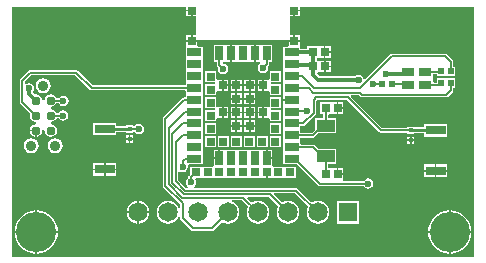
<source format=gtl>
G04*
G04 #@! TF.GenerationSoftware,Altium Limited,Altium Designer,21.6.4 (81)*
G04*
G04 Layer_Physical_Order=1*
G04 Layer_Color=255*
%FSLAX44Y44*%
%MOMM*%
G71*
G04*
G04 #@! TF.SameCoordinates,1B3A0675-FE53-4D0F-B245-581B64E9A93D*
G04*
G04*
G04 #@! TF.FilePolarity,Positive*
G04*
G01*
G75*
%ADD10C,0.2540*%
%ADD15R,0.7000X0.7000*%
%ADD16R,1.1500X0.7000*%
%ADD17R,0.7000X1.1500*%
%ADD18R,0.7000X0.7000*%
%ADD20R,1.7000X0.8000*%
%ADD21R,0.5200X0.5500*%
%ADD22R,0.3500X0.3600*%
%ADD23R,0.7800X0.7400*%
%ADD24R,0.7200X0.7200*%
%ADD25R,1.5500X1.0000*%
%ADD26R,1.0000X0.8000*%
%ADD43C,0.7900*%
%ADD44C,0.1520*%
%ADD45C,0.3500*%
%ADD46C,0.9000*%
%ADD47C,1.6500*%
%ADD48R,1.6500X1.6500*%
%ADD49C,3.4000*%
%ADD50C,0.6000*%
G36*
X395922Y4078D02*
X4078Y4078D01*
Y215922D01*
X151730D01*
Y213262D01*
X156500D01*
Y212500D01*
X157262D01*
Y207730D01*
X160000D01*
Y191770D01*
X157262D01*
Y187762D01*
X161270D01*
Y188000D01*
X238730D01*
Y187762D01*
X242738D01*
Y191770D01*
X240000D01*
Y207730D01*
X242738D01*
Y212500D01*
X243500D01*
Y213262D01*
X248270D01*
Y215922D01*
X395922D01*
Y4078D01*
D02*
G37*
%LPC*%
G36*
X248270Y211738D02*
X244262D01*
Y207730D01*
X248270D01*
Y211738D01*
D02*
G37*
G36*
X155738Y211738D02*
X151730D01*
Y207730D01*
X155738D01*
Y211738D01*
D02*
G37*
G36*
X248270Y191770D02*
X244262D01*
Y187762D01*
X248270D01*
Y191770D01*
D02*
G37*
G36*
X155738D02*
X151730D01*
Y187762D01*
X155738D01*
Y191770D01*
D02*
G37*
G36*
X215230Y183270D02*
X213960Y183270D01*
X210762D01*
Y176250D01*
Y169230D01*
X214395Y169230D01*
X214538Y169016D01*
X214188Y167257D01*
X213922Y167078D01*
X212978Y165666D01*
X212646Y164000D01*
X212978Y162334D01*
X213922Y160921D01*
X215334Y159978D01*
X217000Y159646D01*
X218666Y159978D01*
X220079Y160921D01*
X221022Y162334D01*
X221354Y164000D01*
X221117Y165190D01*
X221464Y165536D01*
X221912Y166208D01*
X222070Y167000D01*
Y169230D01*
X224770D01*
Y183270D01*
X215230Y183270D01*
D02*
G37*
G36*
X205230D02*
X203960Y183270D01*
X196040D01*
X195230Y183270D01*
X193960Y183270D01*
X190762D01*
Y176250D01*
Y169230D01*
X193960D01*
X194770Y169230D01*
X196040Y169230D01*
X203960D01*
X204770Y169230D01*
X206040Y169230D01*
X209238D01*
Y176250D01*
Y183270D01*
X206040D01*
X205230Y183270D01*
D02*
G37*
G36*
X274236Y182156D02*
X269828D01*
Y177948D01*
X274236D01*
Y182156D01*
D02*
G37*
G36*
Y176424D02*
X269828D01*
Y172216D01*
X274236D01*
Y176424D01*
D02*
G37*
G36*
X185230Y183270D02*
X183960Y183270D01*
X175230D01*
Y169230D01*
X177930D01*
Y166000D01*
X178088Y165208D01*
X178536Y164536D01*
X178883Y164190D01*
X178646Y163000D01*
X178978Y161334D01*
X179921Y159922D01*
X181334Y158978D01*
X183000Y158646D01*
X184666Y158978D01*
X186078Y159922D01*
X187022Y161334D01*
X187354Y163000D01*
X187022Y164666D01*
X186078Y166078D01*
X184666Y167022D01*
X183000Y167354D01*
X182789Y167527D01*
X182770Y169032D01*
X182968Y169230D01*
X184770Y169230D01*
X186040Y169230D01*
X189238D01*
Y176250D01*
Y183270D01*
X186040D01*
X185230Y183270D01*
D02*
G37*
G36*
X274336Y170156D02*
X269928D01*
Y165948D01*
X274336D01*
Y170156D01*
D02*
G37*
G36*
Y164424D02*
X269928D01*
Y160216D01*
X274336D01*
Y164424D01*
D02*
G37*
G36*
X248270Y186238D02*
X243500D01*
X238730D01*
X238730Y182230D01*
X237651Y181770D01*
X234230D01*
Y172230D01*
X234230D01*
Y171770D01*
X234230D01*
Y162230D01*
X234230D01*
Y161770D01*
X234230D01*
Y152230D01*
X234230D01*
Y151770D01*
X234230D01*
Y143040D01*
X234230Y142230D01*
X234230Y140960D01*
Y137762D01*
X241250D01*
Y136238D01*
X234230D01*
Y133040D01*
X234230Y132230D01*
X234230Y130960D01*
Y122230D01*
X234230D01*
Y121770D01*
X234230D01*
Y113040D01*
X234230Y112230D01*
X234230Y110960D01*
Y103040D01*
X234230Y102230D01*
X234230Y100960D01*
Y93040D01*
X234230Y92230D01*
X234230Y90960D01*
Y82230D01*
X243790D01*
X243990Y82190D01*
X245883D01*
X263536Y64536D01*
X264208Y64088D01*
X265000Y63930D01*
X302248D01*
X302922Y62922D01*
X304334Y61978D01*
X306000Y61646D01*
X307666Y61978D01*
X309079Y62922D01*
X310022Y64334D01*
X310354Y66000D01*
X310022Y67666D01*
X309079Y69078D01*
X307666Y70022D01*
X306000Y70354D01*
X304334Y70022D01*
X302922Y69078D01*
X302248Y68070D01*
X285476D01*
X284970Y69130D01*
X284970Y69340D01*
Y73238D01*
X280100D01*
Y74000D01*
X279338D01*
Y78870D01*
X276040D01*
X275230Y78870D01*
X273960Y78870D01*
X272070D01*
Y82730D01*
X279020D01*
Y95270D01*
X263907D01*
X260714Y98463D01*
X260042Y98912D01*
X259250Y99070D01*
X249168D01*
X248270Y99968D01*
X248270Y101770D01*
X248270Y103040D01*
Y104930D01*
X259250D01*
X260042Y105088D01*
X260714Y105536D01*
X263907Y108730D01*
X279020D01*
Y121270D01*
X272070D01*
Y124232D01*
X272968Y125130D01*
X274770Y125130D01*
X276040Y125130D01*
X279338D01*
Y130000D01*
Y134870D01*
X276040D01*
X275230Y134870D01*
X273960Y134870D01*
X265030D01*
Y125130D01*
X267930D01*
Y121270D01*
X260980D01*
Y111657D01*
X258393Y109070D01*
X249168D01*
X248270Y109968D01*
X248270Y111770D01*
X248270Y113040D01*
Y114930D01*
X251000D01*
X251792Y115088D01*
X252463Y115536D01*
X261464Y124537D01*
X261912Y125208D01*
X262070Y126000D01*
Y136143D01*
X262857Y136930D01*
X288143D01*
X315336Y109736D01*
X316008Y109288D01*
X316800Y109130D01*
X338980D01*
Y108130D01*
X345020D01*
Y108610D01*
X353230D01*
Y105730D01*
X372770D01*
Y116270D01*
X353230D01*
Y113790D01*
X345020D01*
Y114270D01*
X338980D01*
Y113270D01*
X317657D01*
X291267Y139660D01*
X291793Y140930D01*
X298143D01*
X299536Y139536D01*
X300208Y139088D01*
X301000Y138930D01*
X372000D01*
X372792Y139088D01*
X373464Y139536D01*
X377464Y143537D01*
X377912Y144208D01*
X378070Y145000D01*
Y146980D01*
X379870D01*
Y155020D01*
X373140D01*
X372130Y155020D01*
X370860Y155020D01*
X364130D01*
Y151570D01*
X361668D01*
X360770Y152468D01*
X360770Y154770D01*
X360770Y156040D01*
Y158430D01*
X364130D01*
Y156980D01*
X370860D01*
X371870Y156980D01*
X373140Y156980D01*
X379870D01*
Y165020D01*
X378070D01*
Y169000D01*
X377912Y169792D01*
X377463Y170464D01*
X372463Y175464D01*
X371792Y175912D01*
X371000Y176070D01*
X326000D01*
X325208Y175912D01*
X324537Y175464D01*
X303553Y154480D01*
X302175Y154898D01*
X302022Y155666D01*
X301078Y157079D01*
X299666Y158022D01*
X298000Y158354D01*
X296334Y158022D01*
X294923Y157079D01*
X264851D01*
X262985Y158946D01*
X263511Y160216D01*
X268404D01*
Y165186D01*
Y170156D01*
X262395D01*
Y172216D01*
X268304D01*
Y177186D01*
Y182156D01*
X254096D01*
Y180172D01*
X249168D01*
X248270Y181070D01*
Y181770D01*
X248270Y183040D01*
Y186238D01*
D02*
G37*
G36*
X210520Y154020D02*
X206512D01*
Y150012D01*
X210520D01*
Y154020D01*
D02*
G37*
G36*
X199020D02*
X195012D01*
Y150012D01*
X199020D01*
Y154020D01*
D02*
G37*
G36*
X183512D02*
Y150012D01*
X187520D01*
Y154020D01*
X183512D01*
D02*
G37*
G36*
X204988D02*
X200980D01*
Y150012D01*
X204988D01*
Y154020D01*
D02*
G37*
G36*
X216488D02*
X212480D01*
Y150012D01*
X216488D01*
Y154020D01*
D02*
G37*
G36*
X193488D02*
X189480D01*
Y150012D01*
X193488D01*
Y154020D01*
D02*
G37*
G36*
X161270Y186238D02*
X156500D01*
X151730D01*
Y183040D01*
X151730Y181770D01*
X151730Y180960D01*
Y173040D01*
X151730Y172230D01*
X151730Y170960D01*
Y163040D01*
X151730Y162230D01*
X151730Y160960D01*
Y153040D01*
X151730Y152230D01*
X151730Y150960D01*
Y149070D01*
X72857D01*
X60464Y161464D01*
X59792Y161912D01*
X59000Y162070D01*
X20000D01*
X19208Y161912D01*
X18536Y161464D01*
X11537Y154464D01*
X11088Y153792D01*
X10930Y153000D01*
Y135250D01*
X11088Y134458D01*
X11537Y133786D01*
X19725Y125598D01*
X19328Y123600D01*
X19733Y121563D01*
X20887Y119837D01*
X22613Y118683D01*
X24650Y118278D01*
X24808Y118148D01*
Y116352D01*
X24650Y116222D01*
X22613Y115817D01*
X20887Y114663D01*
X19733Y112937D01*
X19479Y111662D01*
X24650D01*
Y110900D01*
X25412D01*
Y105729D01*
X26687Y105983D01*
X28413Y107137D01*
X29567Y108863D01*
X29972Y110900D01*
X30085Y111037D01*
X31915D01*
X32028Y110900D01*
X32433Y108863D01*
X33587Y107137D01*
X35313Y105983D01*
X37350Y105578D01*
X39387Y105983D01*
X41113Y107137D01*
X42267Y108863D01*
X42672Y110900D01*
X42267Y112937D01*
X41113Y114663D01*
X39387Y115817D01*
X37508Y116191D01*
Y118309D01*
X39387Y118683D01*
X41113Y119837D01*
X42245Y121530D01*
X43948D01*
X44622Y120521D01*
X46034Y119578D01*
X47700Y119246D01*
X49366Y119578D01*
X50778Y120521D01*
X51722Y121934D01*
X52054Y123600D01*
X51722Y125266D01*
X50778Y126678D01*
X49366Y127622D01*
X47700Y127954D01*
X46034Y127622D01*
X44622Y126678D01*
X43948Y125670D01*
X42245D01*
X41113Y127363D01*
X39387Y128517D01*
X37508Y128891D01*
Y131009D01*
X39387Y131383D01*
X41113Y132537D01*
X42045Y133930D01*
X44247D01*
X44921Y132921D01*
X46334Y131978D01*
X48000Y131646D01*
X49666Y131978D01*
X51079Y132921D01*
X52022Y134334D01*
X52354Y136000D01*
X52022Y137666D01*
X51079Y139079D01*
X49666Y140022D01*
X48000Y140354D01*
X46334Y140022D01*
X44921Y139079D01*
X44247Y138070D01*
X42320D01*
X42267Y138337D01*
X41113Y140063D01*
X39387Y141217D01*
X37350Y141622D01*
X35313Y141217D01*
X33587Y140063D01*
X32433Y138337D01*
X32075Y136537D01*
X29925D01*
X29567Y138337D01*
X28413Y140063D01*
X26687Y141217D01*
X24650Y141622D01*
X23843Y141462D01*
X21875Y143429D01*
Y143481D01*
X22818Y144892D01*
X23150Y146558D01*
X22818Y148224D01*
X21874Y149636D01*
X20462Y150580D01*
X18796Y150912D01*
X17130Y150580D01*
X16340Y150052D01*
X15070Y150731D01*
Y152143D01*
X20857Y157930D01*
X58143D01*
X70536Y145536D01*
X71208Y145088D01*
X72000Y144930D01*
X150832D01*
X151730Y144032D01*
X151730Y142230D01*
X151730Y140960D01*
Y139070D01*
X150462D01*
X149670Y138912D01*
X148998Y138463D01*
X132536Y122002D01*
X132088Y121330D01*
X131930Y120538D01*
Y64000D01*
X132088Y63208D01*
X132536Y62537D01*
X146742Y48331D01*
Y45168D01*
X145472Y44916D01*
X144816Y46501D01*
X143290Y48490D01*
X141301Y50016D01*
X138985Y50975D01*
X136500Y51302D01*
X134015Y50975D01*
X131699Y50016D01*
X129710Y48490D01*
X128184Y46501D01*
X127225Y44185D01*
X126898Y41700D01*
X127225Y39215D01*
X128184Y36899D01*
X129710Y34910D01*
X131699Y33384D01*
X134015Y32425D01*
X136500Y32098D01*
X138985Y32425D01*
X141301Y33384D01*
X143290Y34910D01*
X144816Y36899D01*
X145472Y38484D01*
X146742Y38231D01*
Y36693D01*
X146900Y35901D01*
X147348Y35230D01*
X156042Y26536D01*
X156713Y26088D01*
X157506Y25930D01*
X173600D01*
X174392Y26088D01*
X175064Y26536D01*
X182167Y33639D01*
X182499Y33384D01*
X184815Y32425D01*
X187300Y32098D01*
X189785Y32425D01*
X192101Y33384D01*
X194090Y34910D01*
X195616Y36899D01*
X196575Y39215D01*
X196902Y41700D01*
X196575Y44185D01*
X195616Y46501D01*
X194090Y48490D01*
X192101Y50016D01*
X190545Y50660D01*
X190798Y51930D01*
X199543D01*
X204639Y46834D01*
X204384Y46501D01*
X203425Y44185D01*
X203098Y41700D01*
X203425Y39215D01*
X204384Y36899D01*
X205910Y34910D01*
X207899Y33384D01*
X210215Y32425D01*
X212700Y32098D01*
X215185Y32425D01*
X217501Y33384D01*
X219490Y34910D01*
X221016Y36899D01*
X221975Y39215D01*
X222302Y41700D01*
X221975Y44185D01*
X221016Y46501D01*
X219490Y48490D01*
X217501Y50016D01*
X215185Y50975D01*
X212700Y51302D01*
X210215Y50975D01*
X207899Y50016D01*
X207567Y49761D01*
X203530Y53797D01*
X204016Y54970D01*
X221903D01*
X230039Y46834D01*
X229784Y46501D01*
X228825Y44185D01*
X228498Y41700D01*
X228825Y39215D01*
X229784Y36899D01*
X231310Y34910D01*
X233299Y33384D01*
X235615Y32425D01*
X238100Y32098D01*
X240585Y32425D01*
X242901Y33384D01*
X244890Y34910D01*
X246416Y36899D01*
X247375Y39215D01*
X247702Y41700D01*
X247375Y44185D01*
X246416Y46501D01*
X244890Y48490D01*
X242901Y50016D01*
X240585Y50975D01*
X238100Y51302D01*
X235615Y50975D01*
X233299Y50016D01*
X232966Y49761D01*
X225890Y56837D01*
X226376Y58010D01*
X244263D01*
X255439Y46834D01*
X255184Y46501D01*
X254225Y44185D01*
X253898Y41700D01*
X254225Y39215D01*
X255184Y36899D01*
X256710Y34910D01*
X258699Y33384D01*
X261015Y32425D01*
X263500Y32098D01*
X265985Y32425D01*
X268301Y33384D01*
X270290Y34910D01*
X271816Y36899D01*
X272775Y39215D01*
X273102Y41700D01*
X272775Y44185D01*
X271816Y46501D01*
X270290Y48490D01*
X268301Y50016D01*
X265985Y50975D01*
X263500Y51302D01*
X261015Y50975D01*
X258699Y50016D01*
X258367Y49761D01*
X246583Y61544D01*
X245912Y61992D01*
X245120Y62150D01*
X158713D01*
X158328Y63420D01*
X159079Y63921D01*
X160022Y65334D01*
X160354Y67000D01*
X160022Y68666D01*
X159492Y69460D01*
X160171Y70730D01*
X164770Y70730D01*
X166040Y70730D01*
X173960D01*
X174770Y70730D01*
X176040Y70730D01*
X183960D01*
X184770Y70730D01*
X186040Y70730D01*
X193960D01*
X194770Y70730D01*
X196040Y70730D01*
X203960D01*
X204770Y70730D01*
X206040Y70730D01*
X213960D01*
X214770Y70730D01*
X216040Y70730D01*
X219238D01*
Y75500D01*
X220762D01*
Y70730D01*
X223960D01*
X224770Y70730D01*
X226040Y70730D01*
X233960D01*
X234770Y70730D01*
X236040Y70730D01*
X244770D01*
Y80270D01*
X236040D01*
X235230Y80270D01*
X233960Y80270D01*
X225849D01*
X225093Y80592D01*
X224770Y81349D01*
Y81540D01*
Y86988D01*
X220000D01*
Y87750D01*
X219238D01*
Y94770D01*
X216040D01*
X215230Y94770D01*
X213960Y94770D01*
X206040D01*
X205230Y94770D01*
X203960Y94770D01*
X196040D01*
X195230Y94770D01*
X193960Y94770D01*
X186040D01*
X185230Y94770D01*
X183960Y94770D01*
X180762D01*
Y87750D01*
X180000D01*
Y86988D01*
X175230D01*
Y81349D01*
X174907Y80592D01*
X174151Y80270D01*
X173960D01*
X166040D01*
X165230Y80270D01*
X163960Y80270D01*
X155230D01*
Y73657D01*
X154277Y72703D01*
X153828Y72032D01*
X153670Y71240D01*
Y70579D01*
X152921Y70079D01*
X151978Y68666D01*
X151646Y67000D01*
X151978Y65334D01*
X152921Y63921D01*
X153672Y63420D01*
X153287Y62150D01*
X151777D01*
X145070Y68857D01*
Y76084D01*
X146340Y76642D01*
X147334Y75978D01*
X149000Y75646D01*
X150666Y75978D01*
X152079Y76922D01*
X153022Y78334D01*
X153354Y80000D01*
X153163Y80960D01*
X154057Y82230D01*
X165770D01*
Y90960D01*
X165770Y91770D01*
X165770Y93040D01*
Y100960D01*
X165770Y101770D01*
X165770Y103040D01*
Y111770D01*
X165770D01*
Y112230D01*
X165770D01*
Y121770D01*
X165770D01*
Y122230D01*
X165770D01*
Y131770D01*
X165770D01*
Y132230D01*
X165770D01*
Y140960D01*
X165770Y141770D01*
X165770Y143040D01*
Y150960D01*
X165770Y151770D01*
X165770Y153040D01*
Y160960D01*
X165770Y161770D01*
X165770Y163040D01*
Y170960D01*
X165770Y171770D01*
X165770Y173040D01*
Y181770D01*
X162349D01*
X161270Y182230D01*
X161270Y183040D01*
Y186238D01*
D02*
G37*
G36*
X210520Y148488D02*
X206512D01*
Y144480D01*
X210520D01*
Y148488D01*
D02*
G37*
G36*
X204988D02*
X200980D01*
Y144480D01*
X204988D01*
Y148488D01*
D02*
G37*
G36*
X199020D02*
X195012D01*
Y144480D01*
X199020D01*
Y148488D01*
D02*
G37*
G36*
X193488D02*
X189480D01*
Y144480D01*
X193488D01*
Y148488D01*
D02*
G37*
G36*
X187520D02*
X183512D01*
Y144480D01*
X187520D01*
Y148488D01*
D02*
G37*
G36*
X216488D02*
X212480D01*
Y144480D01*
X216488D01*
Y148488D01*
D02*
G37*
G36*
X31000Y155367D02*
X28563Y154883D01*
X26498Y153502D01*
X25117Y151437D01*
X24633Y149000D01*
X25117Y146563D01*
X26498Y144498D01*
X28563Y143117D01*
X31000Y142633D01*
X33437Y143117D01*
X35502Y144498D01*
X36883Y146563D01*
X37367Y149000D01*
X36883Y151437D01*
X35502Y153502D01*
X33437Y154883D01*
X31000Y155367D01*
D02*
G37*
G36*
X232270Y161270D02*
X222730D01*
Y154996D01*
X222020Y154020D01*
X221460Y154020D01*
X218012D01*
Y149250D01*
Y144480D01*
X221460D01*
X222020Y144480D01*
X222730Y143504D01*
Y140730D01*
X232270D01*
Y150270D01*
X223788D01*
X223365Y151000D01*
X223788Y151730D01*
X232270D01*
Y161270D01*
D02*
G37*
G36*
X177270D02*
X167730D01*
Y151730D01*
X176212D01*
X176635Y151000D01*
X176212Y150270D01*
X167730D01*
Y140730D01*
X177270D01*
Y143504D01*
X177980Y144480D01*
X178540Y144480D01*
X181988D01*
Y149250D01*
Y154020D01*
X178540D01*
X177980Y154020D01*
X177270Y154996D01*
Y161270D01*
D02*
G37*
G36*
X210520Y142520D02*
X206512D01*
Y138512D01*
X210520D01*
Y142520D01*
D02*
G37*
G36*
X199020D02*
X195012D01*
Y138512D01*
X199020D01*
Y142520D01*
D02*
G37*
G36*
X204988D02*
X200980D01*
Y138512D01*
X204988D01*
Y142520D01*
D02*
G37*
G36*
X193488D02*
X189480D01*
Y138512D01*
X193488D01*
Y142520D01*
D02*
G37*
G36*
X210520Y136988D02*
X206512D01*
Y132980D01*
X210520D01*
Y136988D01*
D02*
G37*
G36*
X204988D02*
X200980D01*
Y132980D01*
X204988D01*
Y136988D01*
D02*
G37*
G36*
X199020D02*
X195012D01*
Y132980D01*
X199020D01*
Y136988D01*
D02*
G37*
G36*
X193488D02*
X189480D01*
Y132980D01*
X193488D01*
Y136988D01*
D02*
G37*
G36*
X280862Y134870D02*
Y130762D01*
X284970D01*
Y134870D01*
X280862D01*
D02*
G37*
G36*
X210520Y131020D02*
X206512D01*
Y127012D01*
X210520D01*
Y131020D01*
D02*
G37*
G36*
X199020D02*
X195012D01*
Y127012D01*
X199020D01*
Y131020D01*
D02*
G37*
G36*
X183512D02*
Y127012D01*
X187520D01*
Y131020D01*
X183512D01*
D02*
G37*
G36*
X204988D02*
X200980D01*
Y127012D01*
X204988D01*
Y131020D01*
D02*
G37*
G36*
X216488D02*
X212480D01*
Y127012D01*
X216488D01*
Y131020D01*
D02*
G37*
G36*
X193488D02*
X189480D01*
Y127012D01*
X193488D01*
Y131020D01*
D02*
G37*
G36*
X284970Y129238D02*
X280862D01*
Y125130D01*
X284970D01*
Y129238D01*
D02*
G37*
G36*
X210520Y125488D02*
X206512D01*
Y121480D01*
X210520D01*
Y125488D01*
D02*
G37*
G36*
X204988D02*
X200980D01*
Y121480D01*
X204988D01*
Y125488D01*
D02*
G37*
G36*
X199020D02*
X195012D01*
Y121480D01*
X199020D01*
Y125488D01*
D02*
G37*
G36*
X193488D02*
X189480D01*
Y121480D01*
X193488D01*
Y125488D01*
D02*
G37*
G36*
X187520D02*
X183512D01*
Y121480D01*
X187520D01*
Y125488D01*
D02*
G37*
G36*
X216488D02*
X212480D01*
Y121480D01*
X216488D01*
Y125488D01*
D02*
G37*
G36*
X232270Y139270D02*
X222730D01*
Y131996D01*
X222020Y131020D01*
X221460Y131020D01*
X218012D01*
Y126250D01*
X217250D01*
D01*
X218012D01*
Y121480D01*
X221460D01*
X222020Y121480D01*
X222730Y120504D01*
Y118730D01*
X232270D01*
Y128270D01*
X223788D01*
X223365Y129000D01*
X223788Y129730D01*
X232270D01*
Y139270D01*
D02*
G37*
G36*
X177270D02*
X167730D01*
Y129730D01*
X176212D01*
X176635Y129000D01*
X176212Y128270D01*
X167730D01*
Y118730D01*
X177270D01*
Y120504D01*
X177980Y121480D01*
X178540Y121480D01*
X181988D01*
Y126250D01*
Y131020D01*
X178540D01*
X177980Y131020D01*
X177270Y131996D01*
Y139270D01*
D02*
G37*
G36*
X210520Y119520D02*
X206512D01*
Y115512D01*
X210520D01*
Y119520D01*
D02*
G37*
G36*
X199020D02*
X195012D01*
Y115512D01*
X199020D01*
Y119520D01*
D02*
G37*
G36*
X204988D02*
X200980D01*
Y115512D01*
X204988D01*
Y119520D01*
D02*
G37*
G36*
X193488D02*
X189480D01*
Y115512D01*
X193488D01*
Y119520D01*
D02*
G37*
G36*
X210520Y113988D02*
X206512D01*
Y109980D01*
X210520D01*
Y113988D01*
D02*
G37*
G36*
X204988D02*
X200980D01*
Y109980D01*
X204988D01*
Y113988D01*
D02*
G37*
G36*
X199020D02*
X195012D01*
Y109980D01*
X199020D01*
Y113988D01*
D02*
G37*
G36*
X193488D02*
X189480D01*
Y109980D01*
X193488D01*
Y113988D01*
D02*
G37*
G36*
X92770Y117270D02*
X73230D01*
Y106730D01*
X92770D01*
Y109610D01*
X100980D01*
Y109130D01*
X107020D01*
Y109390D01*
X108290Y109776D01*
X108681Y109190D01*
X110094Y108246D01*
X111760Y107914D01*
X113426Y108246D01*
X114838Y109190D01*
X115782Y110602D01*
X116114Y112268D01*
X115782Y113934D01*
X114838Y115346D01*
X113426Y116290D01*
X111760Y116622D01*
X110094Y116290D01*
X108681Y115346D01*
X108290Y114760D01*
X107020Y115146D01*
Y115270D01*
X100980D01*
Y114790D01*
X92770D01*
Y117270D01*
D02*
G37*
G36*
X232270D02*
X222730D01*
Y107730D01*
X232270D01*
Y117270D01*
D02*
G37*
G36*
X177270D02*
X167730D01*
Y107730D01*
X177270D01*
Y117270D01*
D02*
G37*
G36*
X23888Y110138D02*
X19479D01*
X19733Y108863D01*
X20887Y107137D01*
X22613Y105983D01*
X23888Y105729D01*
Y110138D01*
D02*
G37*
G36*
X107020Y106870D02*
X104762D01*
Y104562D01*
X107020D01*
Y106870D01*
D02*
G37*
G36*
X103238D02*
X100980D01*
Y104562D01*
X103238D01*
Y106870D01*
D02*
G37*
G36*
X345020Y105870D02*
X342762D01*
Y103562D01*
X345020D01*
Y105870D01*
D02*
G37*
G36*
X341238D02*
X338980D01*
Y103562D01*
X341238D01*
Y105870D01*
D02*
G37*
G36*
X107020Y103038D02*
X104762D01*
Y100730D01*
X107020D01*
Y103038D01*
D02*
G37*
G36*
X103238D02*
X100980D01*
Y100730D01*
X103238D01*
Y103038D01*
D02*
G37*
G36*
X345020Y102038D02*
X342762D01*
Y99730D01*
X345020D01*
Y102038D01*
D02*
G37*
G36*
X341238D02*
X338980D01*
Y99730D01*
X341238D01*
Y102038D01*
D02*
G37*
G36*
X232270Y106270D02*
X222730D01*
Y96730D01*
X232270D01*
Y106270D01*
D02*
G37*
G36*
X221270D02*
X211730D01*
Y96730D01*
X221270D01*
Y106270D01*
D02*
G37*
G36*
X210270D02*
X200730D01*
Y96730D01*
X210270D01*
Y106270D01*
D02*
G37*
G36*
X199270D02*
X189730D01*
Y96730D01*
X199270D01*
Y106270D01*
D02*
G37*
G36*
X188270D02*
X178730D01*
Y96730D01*
X188270D01*
Y106270D01*
D02*
G37*
G36*
X177270D02*
X167730D01*
Y96730D01*
X177270D01*
Y106270D01*
D02*
G37*
G36*
X41160Y104567D02*
X38723Y104083D01*
X36658Y102702D01*
X35277Y100637D01*
X34793Y98200D01*
X35277Y95763D01*
X36658Y93698D01*
X38723Y92317D01*
X41160Y91833D01*
X43597Y92317D01*
X45662Y93698D01*
X47043Y95763D01*
X47527Y98200D01*
X47043Y100637D01*
X45662Y102702D01*
X43597Y104083D01*
X41160Y104567D01*
D02*
G37*
G36*
X20840D02*
X18403Y104083D01*
X16338Y102702D01*
X14957Y100637D01*
X14473Y98200D01*
X14957Y95763D01*
X16338Y93698D01*
X18403Y92317D01*
X20840Y91833D01*
X23277Y92317D01*
X25342Y93698D01*
X26723Y95763D01*
X27207Y98200D01*
X26723Y100637D01*
X25342Y102702D01*
X23277Y104083D01*
X20840Y104567D01*
D02*
G37*
G36*
X179238Y94770D02*
X175230D01*
Y88512D01*
X179238D01*
Y94770D01*
D02*
G37*
G36*
X220762D02*
Y88512D01*
X224770D01*
Y94770D01*
X220762D01*
D02*
G37*
G36*
X92770Y83270D02*
X83762D01*
Y78762D01*
X92770D01*
Y83270D01*
D02*
G37*
G36*
X82238D02*
X73230D01*
Y78762D01*
X82238D01*
Y83270D01*
D02*
G37*
G36*
X372770Y82270D02*
X363762D01*
Y77762D01*
X372770D01*
Y82270D01*
D02*
G37*
G36*
X362238D02*
X353230D01*
Y77762D01*
X362238D01*
Y82270D01*
D02*
G37*
G36*
X280862Y78870D02*
Y74762D01*
X284970D01*
Y78870D01*
X280862D01*
D02*
G37*
G36*
X92770Y77238D02*
X83762D01*
Y72730D01*
X92770D01*
Y77238D01*
D02*
G37*
G36*
X82238D02*
X73230D01*
Y72730D01*
X82238D01*
Y77238D01*
D02*
G37*
G36*
X372770Y76238D02*
X363762D01*
Y71730D01*
X372770D01*
Y76238D01*
D02*
G37*
G36*
X362238D02*
X353230D01*
Y71730D01*
X362238D01*
Y76238D01*
D02*
G37*
G36*
X111862Y51202D02*
Y42462D01*
X120602D01*
X120375Y44185D01*
X119416Y46501D01*
X117890Y48490D01*
X115901Y50016D01*
X113585Y50975D01*
X111862Y51202D01*
D02*
G37*
G36*
X110338D02*
X108615Y50975D01*
X106299Y50016D01*
X104310Y48490D01*
X102784Y46501D01*
X101825Y44185D01*
X101598Y42462D01*
X110338D01*
Y51202D01*
D02*
G37*
G36*
X120602Y40938D02*
X111862D01*
Y32198D01*
X113585Y32425D01*
X115901Y33384D01*
X117890Y34910D01*
X119416Y36899D01*
X120375Y39215D01*
X120602Y40938D01*
D02*
G37*
G36*
X110338D02*
X101598D01*
X101825Y39215D01*
X102784Y36899D01*
X104310Y34910D01*
X106299Y33384D01*
X108615Y32425D01*
X110338Y32198D01*
Y40938D01*
D02*
G37*
G36*
X298420Y51220D02*
X279380D01*
Y32180D01*
X298420D01*
Y51220D01*
D02*
G37*
G36*
X375762Y43283D02*
Y25762D01*
X393283D01*
X393006Y28582D01*
X391961Y32025D01*
X390264Y35199D01*
X387981Y37981D01*
X385199Y40264D01*
X382025Y41961D01*
X378582Y43006D01*
X375762Y43283D01*
D02*
G37*
G36*
X374238D02*
X371418Y43006D01*
X367975Y41961D01*
X364801Y40264D01*
X362019Y37981D01*
X359736Y35199D01*
X358039Y32025D01*
X356994Y28582D01*
X356717Y25762D01*
X374238D01*
Y43283D01*
D02*
G37*
G36*
X25762D02*
Y25762D01*
X43283D01*
X43006Y28582D01*
X41961Y32025D01*
X40264Y35199D01*
X37981Y37981D01*
X35199Y40264D01*
X32025Y41961D01*
X28582Y43006D01*
X25762Y43283D01*
D02*
G37*
G36*
X24238D02*
X21418Y43006D01*
X17975Y41961D01*
X14801Y40264D01*
X12019Y37981D01*
X9736Y35199D01*
X8039Y32025D01*
X6994Y28582D01*
X6717Y25762D01*
X24238D01*
Y43283D01*
D02*
G37*
G36*
X393283Y24238D02*
X375762D01*
Y6717D01*
X378582Y6994D01*
X382025Y8039D01*
X385199Y9736D01*
X387981Y12019D01*
X390264Y14801D01*
X391961Y17975D01*
X393006Y21418D01*
X393283Y24238D01*
D02*
G37*
G36*
X374238D02*
X356717D01*
X356994Y21418D01*
X358039Y17975D01*
X359736Y14801D01*
X362019Y12019D01*
X364801Y9736D01*
X367975Y8039D01*
X371418Y6994D01*
X374238Y6717D01*
Y24238D01*
D02*
G37*
G36*
X43283D02*
X25762D01*
Y6717D01*
X28582Y6994D01*
X32025Y8039D01*
X35199Y9736D01*
X37981Y12019D01*
X40264Y14801D01*
X41961Y17975D01*
X43006Y21418D01*
X43283Y24238D01*
D02*
G37*
G36*
X24238D02*
X6717D01*
X6994Y21418D01*
X8039Y17975D01*
X9736Y14801D01*
X12019Y12019D01*
X14801Y9736D01*
X17975Y8039D01*
X21418Y6994D01*
X24238Y6717D01*
Y24238D01*
D02*
G37*
%LPD*%
D10*
X83200Y112200D02*
X104000D01*
X83000Y112000D02*
X83200Y112200D01*
X342000Y111200D02*
X362800D01*
X363000Y111000D01*
D15*
X156500Y187000D02*
D03*
Y212500D02*
D03*
X243500D02*
D03*
Y187000D02*
D03*
X227500Y101500D02*
D03*
Y112500D02*
D03*
Y123500D02*
D03*
Y134500D02*
D03*
Y145500D02*
D03*
X172500D02*
D03*
Y134500D02*
D03*
Y123500D02*
D03*
Y112500D02*
D03*
Y101500D02*
D03*
X183500D02*
D03*
X194500D02*
D03*
X205500D02*
D03*
X216500D02*
D03*
X160000Y75500D02*
D03*
X170000D02*
D03*
X180000D02*
D03*
X190000D02*
D03*
X200000D02*
D03*
X210000D02*
D03*
X220000D02*
D03*
X230000D02*
D03*
X240000D02*
D03*
X227500Y156500D02*
D03*
X172500D02*
D03*
D16*
X241250Y87000D02*
D03*
Y97000D02*
D03*
Y107000D02*
D03*
Y117000D02*
D03*
Y127000D02*
D03*
Y137000D02*
D03*
Y147000D02*
D03*
Y157000D02*
D03*
Y167000D02*
D03*
Y177000D02*
D03*
X158750D02*
D03*
Y167000D02*
D03*
Y157000D02*
D03*
Y147000D02*
D03*
Y137000D02*
D03*
Y127000D02*
D03*
Y117000D02*
D03*
Y107000D02*
D03*
Y97000D02*
D03*
Y87000D02*
D03*
D17*
X180000Y176250D02*
D03*
X190000D02*
D03*
X200000D02*
D03*
X210000D02*
D03*
X220000D02*
D03*
Y87750D02*
D03*
X210000D02*
D03*
X200000D02*
D03*
X190000D02*
D03*
X180000D02*
D03*
D18*
X217250Y149250D02*
D03*
X205750D02*
D03*
X194250D02*
D03*
X182750D02*
D03*
Y126250D02*
D03*
X194250Y137750D02*
D03*
X205750D02*
D03*
Y114750D02*
D03*
X217250Y126250D02*
D03*
X205750D02*
D03*
X194250D02*
D03*
Y114750D02*
D03*
D20*
X363000Y111000D02*
D03*
Y77000D02*
D03*
X83000Y78000D02*
D03*
Y112000D02*
D03*
D21*
X326000Y150000D02*
D03*
X318000D02*
D03*
X376000Y151000D02*
D03*
X368000D02*
D03*
X376000Y161000D02*
D03*
X368000D02*
D03*
D22*
X342000Y102800D02*
D03*
Y111200D02*
D03*
X104000Y112200D02*
D03*
Y103800D02*
D03*
D23*
X269066Y177186D02*
D03*
X259266D02*
D03*
X269166Y165186D02*
D03*
X259366D02*
D03*
D24*
X280100Y130000D02*
D03*
X269900D02*
D03*
Y74000D02*
D03*
X280100D02*
D03*
D25*
X270000Y89000D02*
D03*
Y115000D02*
D03*
D26*
X339500Y160500D02*
D03*
X354500D02*
D03*
Y149500D02*
D03*
X339500D02*
D03*
D43*
X37350Y110900D02*
D03*
X24650D02*
D03*
X37350Y123600D02*
D03*
X24650D02*
D03*
X37350Y136300D02*
D03*
X24650D02*
D03*
D44*
X200400Y54000D02*
X212700Y41700D01*
X148299Y54000D02*
X200400D01*
X157506Y28000D02*
X173600D01*
X187300Y41700D01*
X148812Y36693D02*
X157506Y28000D01*
X259920Y147080D02*
X299080D01*
X326000Y174000D02*
X371000D01*
X299080Y147080D02*
X326000Y174000D01*
X310000Y150000D02*
X318000D01*
X251000Y117000D02*
X260000Y126000D01*
X241250Y117000D02*
X251000D01*
X260000Y126000D02*
Y137000D01*
X262000Y139000D01*
X241307Y127057D02*
X253943D01*
X241250Y127000D02*
X241307Y127057D01*
X134000Y64000D02*
X148812Y49188D01*
X134000Y120538D02*
X150462Y137000D01*
X134000Y64000D02*
Y120538D01*
X137000Y65299D02*
X148299Y54000D01*
X137000Y113000D02*
X151000Y127000D01*
X137000Y65299D02*
Y113000D01*
X140000Y66701D02*
X149661Y57040D01*
X140000Y108000D02*
X149000Y117000D01*
X140000Y66701D02*
Y108000D01*
X143000Y68000D02*
X150920Y60080D01*
X143000Y101000D02*
X149000Y107000D01*
X143000Y68000D02*
Y101000D01*
X149000Y80000D02*
Y85000D01*
X262000Y139000D02*
X289000D01*
X299000Y143000D02*
X301000Y141000D01*
X372000D02*
X376000Y145000D01*
X301000Y141000D02*
X372000D01*
X259701Y143000D02*
X299000D01*
X376000Y161000D02*
Y169000D01*
X371000Y174000D02*
X376000Y169000D01*
X326000Y150000D02*
X339000D01*
X339500Y149500D01*
X354500Y160500D02*
X367500D01*
X368000Y161000D01*
X354500Y149500D02*
X366500D01*
X368000Y151000D01*
X149661Y57040D02*
X222760D01*
X245120Y60080D02*
X263500Y41700D01*
X222760Y57040D02*
X238100Y41700D01*
X150920Y60080D02*
X245120D01*
X148812Y36693D02*
Y49188D01*
X155740Y67260D02*
Y71240D01*
Y67260D02*
X156000Y67000D01*
X155740Y71240D02*
X160000Y75500D01*
X151000Y87000D02*
X158750D01*
X149000Y85000D02*
X151000Y87000D01*
X263500Y41700D02*
X263500D01*
X255701Y147000D02*
X259701Y143000D01*
X289000Y139000D02*
X316800Y111200D01*
X342000D01*
X250000Y157000D02*
X259920Y147080D01*
X269900Y130000D02*
X270000Y129900D01*
Y115000D02*
Y129900D01*
X269900Y74000D02*
X270000Y74100D01*
Y89000D01*
X241250Y97000D02*
X259250D01*
X267250Y89000D01*
X270000D01*
X241250Y107000D02*
X259250D01*
X267250Y115000D01*
X270000D01*
X265000Y66000D02*
X306000D01*
X246740Y84260D02*
X265000Y66000D01*
X241250Y87000D02*
X243990Y84260D01*
X246740D01*
X241250Y157000D02*
X250000D01*
X241250Y147000D02*
X255701D01*
X376000Y145000D02*
Y151000D01*
X326000Y150000D02*
X326250Y150250D01*
X72000Y147000D02*
X158750D01*
X13000Y135250D02*
Y153000D01*
Y135250D02*
X24650Y123600D01*
X180000Y166000D02*
X183000Y163000D01*
X180000Y166000D02*
Y176250D01*
X217000Y164000D02*
X220000Y167000D01*
Y176250D01*
X37650Y136000D02*
X48000D01*
X37350Y136300D02*
X37650Y136000D01*
X37350Y123600D02*
X47700D01*
X151000Y127000D02*
X158750D01*
X149000Y117000D02*
X158750D01*
X149000Y107000D02*
X158750D01*
X150462Y137000D02*
X158750D01*
X104000Y112200D02*
X104068Y112268D01*
X111760D01*
X20000Y160000D02*
X59000D01*
X72000Y147000D01*
X13000Y153000D02*
X20000Y160000D01*
D45*
X263576Y154000D02*
X298000D01*
X338000Y159000D02*
X339500Y160500D01*
X321000Y159000D02*
X338000D01*
X259366Y158210D02*
X263576Y154000D01*
X259173Y177093D02*
X259266Y177186D01*
X241343Y177093D02*
X259173D01*
X241250Y177000D02*
X241343Y177093D01*
X241250Y167000D02*
X242157Y166093D01*
X258459D01*
X259266Y177186D02*
X259316Y177136D01*
Y165236D02*
Y177136D01*
Y165236D02*
X259366Y165186D01*
X258459Y166093D02*
X259316Y165236D01*
X18796Y142154D02*
Y146558D01*
Y142154D02*
X24650Y136300D01*
X259366Y158210D02*
Y165186D01*
D46*
X20840Y98200D02*
D03*
X41160D02*
D03*
X31000Y149000D02*
D03*
D47*
X111100Y41700D02*
D03*
X136500D02*
D03*
X238100D02*
D03*
X263500D02*
D03*
X212700D02*
D03*
X187300D02*
D03*
X161900D02*
D03*
D48*
X288900D02*
D03*
D49*
X25000Y25000D02*
D03*
X375000D02*
D03*
D50*
X253000Y212000D02*
D03*
X312000Y92000D02*
D03*
X291000Y73000D02*
D03*
X287000Y92000D02*
D03*
Y107000D02*
D03*
Y122000D02*
D03*
X266000Y102000D02*
D03*
X171000Y88000D02*
D03*
X229000D02*
D03*
X217000Y115000D02*
D03*
X183000D02*
D03*
Y137000D02*
D03*
X210000Y166000D02*
D03*
X190000D02*
D03*
X156000Y199000D02*
D03*
X143000Y169000D02*
D03*
X128000D02*
D03*
X113000D02*
D03*
X98000D02*
D03*
X83000D02*
D03*
X353000Y20000D02*
D03*
Y8000D02*
D03*
X307624Y20222D02*
D03*
X292624D02*
D03*
X277624D02*
D03*
X97624D02*
D03*
X82624D02*
D03*
X67624D02*
D03*
X52624D02*
D03*
X308000Y8000D02*
D03*
X293000D02*
D03*
X278000D02*
D03*
X263000D02*
D03*
X248000D02*
D03*
X233000D02*
D03*
X218000D02*
D03*
X203000D02*
D03*
X188000D02*
D03*
X173000D02*
D03*
X158000D02*
D03*
X143000D02*
D03*
X128000D02*
D03*
X113000D02*
D03*
X98000D02*
D03*
X83000D02*
D03*
X68000D02*
D03*
X53000D02*
D03*
X383000Y212000D02*
D03*
Y197000D02*
D03*
Y182000D02*
D03*
Y167000D02*
D03*
Y152000D02*
D03*
Y137000D02*
D03*
Y122000D02*
D03*
Y107000D02*
D03*
Y92000D02*
D03*
Y77000D02*
D03*
Y62000D02*
D03*
Y47000D02*
D03*
X368000Y212000D02*
D03*
Y197000D02*
D03*
Y182000D02*
D03*
Y122000D02*
D03*
Y92000D02*
D03*
Y62000D02*
D03*
Y47000D02*
D03*
X353000Y212000D02*
D03*
Y197000D02*
D03*
Y182000D02*
D03*
Y122000D02*
D03*
Y92000D02*
D03*
Y62000D02*
D03*
Y47000D02*
D03*
Y32000D02*
D03*
X338000Y212000D02*
D03*
Y197000D02*
D03*
Y182000D02*
D03*
Y122000D02*
D03*
Y92000D02*
D03*
Y77000D02*
D03*
Y62000D02*
D03*
Y47000D02*
D03*
Y32000D02*
D03*
X323000Y212000D02*
D03*
Y197000D02*
D03*
Y182000D02*
D03*
Y122000D02*
D03*
Y92000D02*
D03*
Y77000D02*
D03*
Y62000D02*
D03*
Y47000D02*
D03*
Y32000D02*
D03*
X308000Y212000D02*
D03*
Y197000D02*
D03*
Y182000D02*
D03*
Y167000D02*
D03*
Y47000D02*
D03*
Y32000D02*
D03*
X293000Y212000D02*
D03*
Y197000D02*
D03*
Y182000D02*
D03*
Y167000D02*
D03*
X278000Y212000D02*
D03*
Y197000D02*
D03*
Y182000D02*
D03*
Y167000D02*
D03*
X263000Y212000D02*
D03*
Y197000D02*
D03*
X248000D02*
D03*
Y32000D02*
D03*
X218000Y137000D02*
D03*
X143000Y212000D02*
D03*
Y197000D02*
D03*
Y182000D02*
D03*
Y137000D02*
D03*
X128000Y212000D02*
D03*
Y197000D02*
D03*
Y182000D02*
D03*
Y137000D02*
D03*
Y122000D02*
D03*
Y107000D02*
D03*
Y77000D02*
D03*
Y62000D02*
D03*
Y32000D02*
D03*
X113000Y212000D02*
D03*
Y197000D02*
D03*
Y182000D02*
D03*
Y137000D02*
D03*
Y122000D02*
D03*
Y92000D02*
D03*
Y77000D02*
D03*
Y62000D02*
D03*
X98000Y212000D02*
D03*
Y197000D02*
D03*
Y182000D02*
D03*
Y137000D02*
D03*
Y122000D02*
D03*
Y92000D02*
D03*
Y77000D02*
D03*
Y62000D02*
D03*
Y47000D02*
D03*
X83000Y212000D02*
D03*
Y197000D02*
D03*
Y182000D02*
D03*
Y137000D02*
D03*
Y122000D02*
D03*
Y92000D02*
D03*
Y32000D02*
D03*
X68000Y212000D02*
D03*
Y197000D02*
D03*
Y182000D02*
D03*
Y167000D02*
D03*
Y122000D02*
D03*
Y107000D02*
D03*
Y77000D02*
D03*
Y62000D02*
D03*
Y47000D02*
D03*
Y32000D02*
D03*
X53000Y212000D02*
D03*
Y197000D02*
D03*
Y182000D02*
D03*
Y167000D02*
D03*
Y152000D02*
D03*
Y92000D02*
D03*
Y77000D02*
D03*
Y62000D02*
D03*
Y47000D02*
D03*
Y32000D02*
D03*
X38000Y212000D02*
D03*
Y197000D02*
D03*
Y182000D02*
D03*
Y167000D02*
D03*
Y77000D02*
D03*
Y62000D02*
D03*
Y47000D02*
D03*
X23000Y212000D02*
D03*
Y197000D02*
D03*
Y182000D02*
D03*
Y167000D02*
D03*
Y77000D02*
D03*
Y62000D02*
D03*
Y47000D02*
D03*
X8000Y212000D02*
D03*
Y197000D02*
D03*
Y182000D02*
D03*
Y167000D02*
D03*
Y122000D02*
D03*
Y107000D02*
D03*
Y92000D02*
D03*
Y77000D02*
D03*
Y62000D02*
D03*
Y47000D02*
D03*
X310000Y150000D02*
D03*
X253943Y127057D02*
D03*
X298000Y154000D02*
D03*
X149000Y80000D02*
D03*
X321000Y159000D02*
D03*
X306000Y66000D02*
D03*
X156000Y67000D02*
D03*
X217000Y164000D02*
D03*
X183000Y163000D02*
D03*
X48000Y136000D02*
D03*
X111760Y112268D02*
D03*
X18796Y146558D02*
D03*
X47700Y123600D02*
D03*
M02*

</source>
